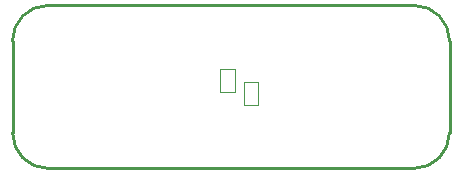
<source format=gm1>
G04*
G04 #@! TF.GenerationSoftware,Altium Limited,Altium Designer,22.5.1 (42)*
G04*
G04 Layer_Color=16711935*
%FSLAX44Y44*%
%MOMM*%
G71*
G04*
G04 #@! TF.SameCoordinates,8F6CD75C-12F9-44A4-8B14-4AFE5C5DE420*
G04*
G04*
G04 #@! TF.FilePolarity,Positive*
G04*
G01*
G75*
%ADD12C,0.2540*%
%ADD27C,0.1000*%
D12*
X310000Y0D02*
G03*
X340000Y30000I0J30000D01*
G01*
Y108000D02*
G03*
X310000Y138000I-30000J0D01*
G01*
X0D02*
G03*
X-30000Y108000I0J-30000D01*
G01*
Y30000D02*
G03*
X0Y0I30000J0D01*
G01*
X340000Y30000D02*
Y108000D01*
X-30000Y30000D02*
Y108000D01*
X0Y138000D02*
X310000D01*
X0Y0D02*
X310000D01*
D27*
X166000Y53508D02*
Y73500D01*
X178000Y53508D02*
Y73500D01*
X166000D02*
X178000D01*
X166000Y53508D02*
X178000D01*
X158000Y64500D02*
Y84492D01*
X146000Y64500D02*
Y84492D01*
Y64500D02*
X158000D01*
X146000Y84492D02*
X158000D01*
M02*

</source>
